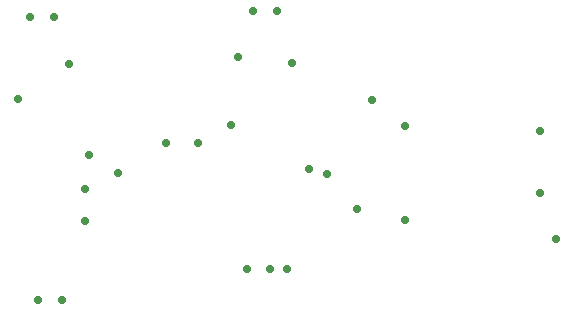
<source format=gbr>
G04*
G04 #@! TF.GenerationSoftware,Altium Limited,Altium Designer,23.8.1 (32)*
G04*
G04 Layer_Color=8388736*
%FSLAX43Y43*%
%MOMM*%
G71*
G04*
G04 #@! TF.SameCoordinates,4157314E-2F8B-4695-BFB2-F8FC6B21436D*
G04*
G04*
G04 #@! TF.FilePolarity,Positive*
G04*
G01*
G75*
%ADD47C,0.700*%
D47*
X18850Y19515D02*
D03*
X38225Y5150D02*
D03*
X19875Y26475D02*
D03*
X38760Y26975D02*
D03*
X31375Y15800D02*
D03*
X42030Y22575D02*
D03*
X40225Y5150D02*
D03*
X37525Y23075D02*
D03*
X36900Y17365D02*
D03*
X41675Y5150D02*
D03*
X45000Y13200D02*
D03*
X48875Y19475D02*
D03*
X27325Y13250D02*
D03*
X24525Y9175D02*
D03*
X22615Y2475D02*
D03*
X23150Y22475D02*
D03*
X21875Y26475D02*
D03*
X24500Y11885D02*
D03*
X20600Y2475D02*
D03*
X40760Y26975D02*
D03*
X63075Y16800D02*
D03*
X63100Y11600D02*
D03*
X64425Y7650D02*
D03*
X51600Y17250D02*
D03*
X47600Y10200D02*
D03*
X51600Y9250D02*
D03*
X43500Y13625D02*
D03*
X34125Y15800D02*
D03*
X24875Y14790D02*
D03*
M02*

</source>
